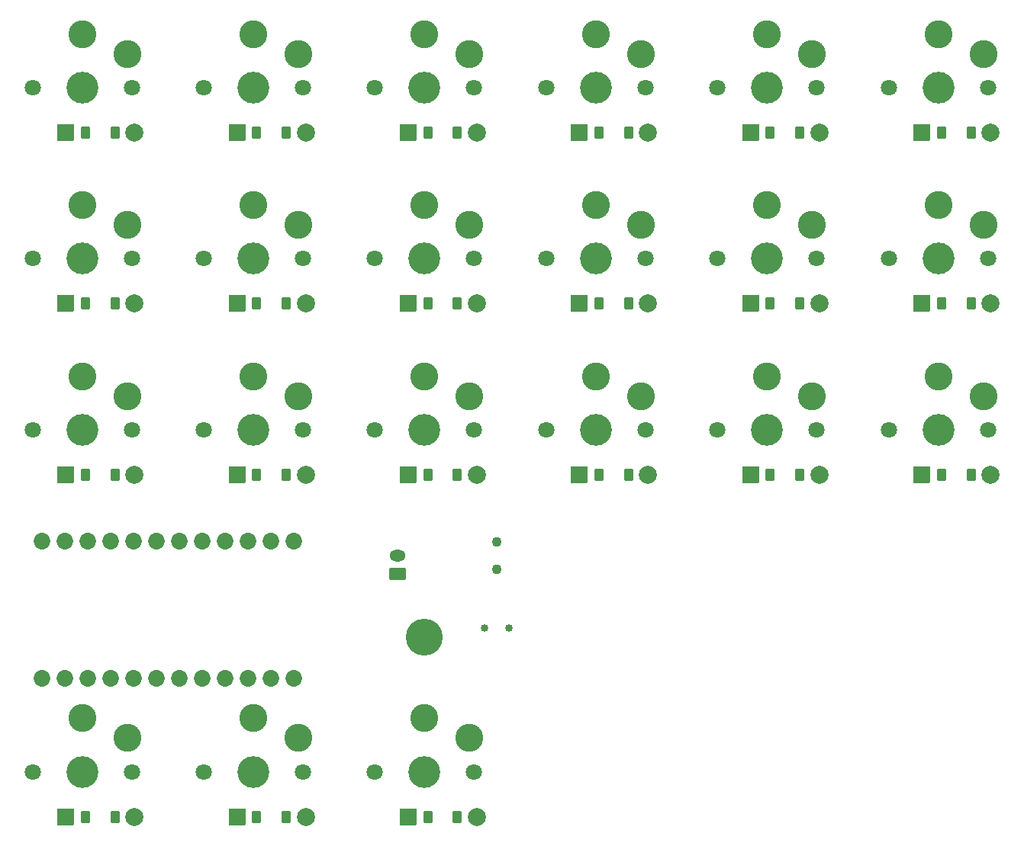
<source format=gbr>
%TF.GenerationSoftware,KiCad,Pcbnew,9.0.4*%
%TF.CreationDate,2025-09-30T09:08:11+02:00*%
%TF.ProjectId,right,72696768-742e-46b6-9963-61645f706362,v1.0.0*%
%TF.SameCoordinates,Original*%
%TF.FileFunction,Soldermask,Top*%
%TF.FilePolarity,Negative*%
%FSLAX46Y46*%
G04 Gerber Fmt 4.6, Leading zero omitted, Abs format (unit mm)*
G04 Created by KiCad (PCBNEW 9.0.4) date 2025-09-30 09:08:11*
%MOMM*%
%LPD*%
G01*
G04 APERTURE LIST*
G04 Aperture macros list*
%AMRoundRect*
0 Rectangle with rounded corners*
0 $1 Rounding radius*
0 $2 $3 $4 $5 $6 $7 $8 $9 X,Y pos of 4 corners*
0 Add a 4 corners polygon primitive as box body*
4,1,4,$2,$3,$4,$5,$6,$7,$8,$9,$2,$3,0*
0 Add four circle primitives for the rounded corners*
1,1,$1+$1,$2,$3*
1,1,$1+$1,$4,$5*
1,1,$1+$1,$6,$7*
1,1,$1+$1,$8,$9*
0 Add four rect primitives between the rounded corners*
20,1,$1+$1,$2,$3,$4,$5,0*
20,1,$1+$1,$4,$5,$6,$7,0*
20,1,$1+$1,$6,$7,$8,$9,0*
20,1,$1+$1,$8,$9,$2,$3,0*%
G04 Aperture macros list end*
%ADD10C,3.529000*%
%ADD11C,1.801800*%
%ADD12C,3.100000*%
%ADD13RoundRect,0.050000X-0.450000X-0.600000X0.450000X-0.600000X0.450000X0.600000X-0.450000X0.600000X0*%
%ADD14RoundRect,0.050000X-0.889000X-0.889000X0.889000X-0.889000X0.889000X0.889000X-0.889000X0.889000X0*%
%ADD15C,2.005000*%
%ADD16C,1.852600*%
%ADD17RoundRect,0.050000X0.850000X-0.600000X0.850000X0.600000X-0.850000X0.600000X-0.850000X-0.600000X0*%
%ADD18O,1.800000X1.300000*%
%ADD19C,0.850000*%
%ADD20C,1.100000*%
%ADD21C,4.100000*%
G04 APERTURE END LIST*
D10*
%TO.C,S1*%
X100000000Y-150000000D03*
D11*
X105500000Y-150000000D03*
X94500000Y-150000000D03*
D12*
X105000000Y-146250000D03*
X100000000Y-144050000D03*
%TD*%
D10*
%TO.C,S2*%
X100000000Y-112000000D03*
D11*
X105500000Y-112000000D03*
X94500000Y-112000000D03*
D12*
X105000000Y-108250000D03*
X100000000Y-106050000D03*
%TD*%
D10*
%TO.C,S3*%
X100000000Y-93000000D03*
D11*
X105500000Y-93000000D03*
X94500000Y-93000000D03*
D12*
X105000000Y-89250000D03*
X100000000Y-87050000D03*
%TD*%
D10*
%TO.C,S4*%
X100000000Y-74000000D03*
D11*
X105500000Y-74000000D03*
X94500000Y-74000000D03*
D12*
X105000000Y-70250000D03*
X100000000Y-68050000D03*
%TD*%
D10*
%TO.C,S5*%
X119000000Y-150000000D03*
D11*
X124500000Y-150000000D03*
X113500000Y-150000000D03*
D12*
X124000000Y-146250000D03*
X119000000Y-144050000D03*
%TD*%
D10*
%TO.C,S6*%
X119000000Y-112000000D03*
D11*
X124500000Y-112000000D03*
X113500000Y-112000000D03*
D12*
X124000000Y-108250000D03*
X119000000Y-106050000D03*
%TD*%
D10*
%TO.C,S7*%
X119000000Y-93000000D03*
D11*
X124500000Y-93000000D03*
X113500000Y-93000000D03*
D12*
X124000000Y-89250000D03*
X119000000Y-87050000D03*
%TD*%
D10*
%TO.C,S8*%
X119000000Y-74000000D03*
D11*
X124500000Y-74000000D03*
X113500000Y-74000000D03*
D12*
X124000000Y-70250000D03*
X119000000Y-68050000D03*
%TD*%
D10*
%TO.C,S9*%
X138000000Y-150000000D03*
D11*
X143500000Y-150000000D03*
X132500000Y-150000000D03*
D12*
X143000000Y-146250000D03*
X138000000Y-144050000D03*
%TD*%
D10*
%TO.C,S10*%
X138000000Y-112000000D03*
D11*
X143500000Y-112000000D03*
X132500000Y-112000000D03*
D12*
X143000000Y-108250000D03*
X138000000Y-106050000D03*
%TD*%
D10*
%TO.C,S11*%
X138000000Y-93000000D03*
D11*
X143500000Y-93000000D03*
X132500000Y-93000000D03*
D12*
X143000000Y-89250000D03*
X138000000Y-87050000D03*
%TD*%
D10*
%TO.C,S12*%
X138000000Y-74000000D03*
D11*
X143500000Y-74000000D03*
X132500000Y-74000000D03*
D12*
X143000000Y-70250000D03*
X138000000Y-68050000D03*
%TD*%
D10*
%TO.C,S13*%
X157000000Y-112000000D03*
D11*
X162500000Y-112000000D03*
X151500000Y-112000000D03*
D12*
X162000000Y-108250000D03*
X157000000Y-106050000D03*
%TD*%
D10*
%TO.C,S14*%
X157000000Y-93000000D03*
D11*
X162500000Y-93000000D03*
X151500000Y-93000000D03*
D12*
X162000000Y-89250000D03*
X157000000Y-87050000D03*
%TD*%
D10*
%TO.C,S15*%
X157000000Y-74000000D03*
D11*
X162500000Y-74000000D03*
X151500000Y-74000000D03*
D12*
X162000000Y-70250000D03*
X157000000Y-68050000D03*
%TD*%
D10*
%TO.C,S16*%
X176000000Y-112000000D03*
D11*
X181500000Y-112000000D03*
X170500000Y-112000000D03*
D12*
X181000000Y-108250000D03*
X176000000Y-106050000D03*
%TD*%
D10*
%TO.C,S17*%
X176000000Y-93000000D03*
D11*
X181500000Y-93000000D03*
X170500000Y-93000000D03*
D12*
X181000000Y-89250000D03*
X176000000Y-87050000D03*
%TD*%
D10*
%TO.C,S18*%
X176000000Y-74000000D03*
D11*
X181500000Y-74000000D03*
X170500000Y-74000000D03*
D12*
X181000000Y-70250000D03*
X176000000Y-68050000D03*
%TD*%
D10*
%TO.C,S19*%
X195000000Y-112000000D03*
D11*
X200500000Y-112000000D03*
X189500000Y-112000000D03*
D12*
X200000000Y-108250000D03*
X195000000Y-106050000D03*
%TD*%
D10*
%TO.C,S20*%
X195000000Y-93000000D03*
D11*
X200500000Y-93000000D03*
X189500000Y-93000000D03*
D12*
X200000000Y-89250000D03*
X195000000Y-87050000D03*
%TD*%
D10*
%TO.C,S21*%
X195000000Y-74000000D03*
D11*
X200500000Y-74000000D03*
X189500000Y-74000000D03*
D12*
X200000000Y-70250000D03*
X195000000Y-68050000D03*
%TD*%
D13*
%TO.C,D1*%
X100350000Y-155000000D03*
X103650000Y-155000000D03*
D14*
X98190000Y-155000000D03*
D15*
X105810000Y-155000000D03*
%TD*%
D13*
%TO.C,D2*%
X100350000Y-117000000D03*
X103650000Y-117000000D03*
D14*
X98190000Y-117000000D03*
D15*
X105810000Y-117000000D03*
%TD*%
D13*
%TO.C,D3*%
X100350000Y-98000000D03*
X103650000Y-98000000D03*
D14*
X98190000Y-98000000D03*
D15*
X105810000Y-98000000D03*
%TD*%
D13*
%TO.C,D4*%
X100350000Y-79000000D03*
X103650000Y-79000000D03*
D14*
X98190000Y-79000000D03*
D15*
X105810000Y-79000000D03*
%TD*%
D13*
%TO.C,D5*%
X119350000Y-155000000D03*
X122650000Y-155000000D03*
D14*
X117190000Y-155000000D03*
D15*
X124810000Y-155000000D03*
%TD*%
D13*
%TO.C,D6*%
X119350000Y-117000000D03*
X122650000Y-117000000D03*
D14*
X117190000Y-117000000D03*
D15*
X124810000Y-117000000D03*
%TD*%
D13*
%TO.C,D7*%
X119350000Y-98000000D03*
X122650000Y-98000000D03*
D14*
X117190000Y-98000000D03*
D15*
X124810000Y-98000000D03*
%TD*%
D13*
%TO.C,D8*%
X119350000Y-79000000D03*
X122650000Y-79000000D03*
D14*
X117190000Y-79000000D03*
D15*
X124810000Y-79000000D03*
%TD*%
D13*
%TO.C,D9*%
X138350000Y-155000000D03*
X141650000Y-155000000D03*
D14*
X136190000Y-155000000D03*
D15*
X143810000Y-155000000D03*
%TD*%
D13*
%TO.C,D10*%
X138350000Y-117000000D03*
X141650000Y-117000000D03*
D14*
X136190000Y-117000000D03*
D15*
X143810000Y-117000000D03*
%TD*%
D13*
%TO.C,D11*%
X138350000Y-98000000D03*
X141650000Y-98000000D03*
D14*
X136190000Y-98000000D03*
D15*
X143810000Y-98000000D03*
%TD*%
D13*
%TO.C,D12*%
X138350000Y-79000000D03*
X141650000Y-79000000D03*
D14*
X136190000Y-79000000D03*
D15*
X143810000Y-79000000D03*
%TD*%
D13*
%TO.C,D13*%
X157350000Y-117000000D03*
X160650000Y-117000000D03*
D14*
X155190000Y-117000000D03*
D15*
X162810000Y-117000000D03*
%TD*%
D13*
%TO.C,D14*%
X157350000Y-98000000D03*
X160650000Y-98000000D03*
D14*
X155190000Y-98000000D03*
D15*
X162810000Y-98000000D03*
%TD*%
D13*
%TO.C,D15*%
X157350000Y-79000000D03*
X160650000Y-79000000D03*
D14*
X155190000Y-79000000D03*
D15*
X162810000Y-79000000D03*
%TD*%
D13*
%TO.C,D16*%
X176350000Y-117000000D03*
X179650000Y-117000000D03*
D14*
X174190000Y-117000000D03*
D15*
X181810000Y-117000000D03*
%TD*%
D13*
%TO.C,D17*%
X176350000Y-98000000D03*
X179650000Y-98000000D03*
D14*
X174190000Y-98000000D03*
D15*
X181810000Y-98000000D03*
%TD*%
D13*
%TO.C,D18*%
X176350000Y-79000000D03*
X179650000Y-79000000D03*
D14*
X174190000Y-79000000D03*
D15*
X181810000Y-79000000D03*
%TD*%
D13*
%TO.C,D19*%
X195350000Y-117000000D03*
X198650000Y-117000000D03*
D14*
X193190000Y-117000000D03*
D15*
X200810000Y-117000000D03*
%TD*%
D13*
%TO.C,D20*%
X195350000Y-98000000D03*
X198650000Y-98000000D03*
D14*
X193190000Y-98000000D03*
D15*
X200810000Y-98000000D03*
%TD*%
D13*
%TO.C,D21*%
X195350000Y-79000000D03*
X198650000Y-79000000D03*
D14*
X193190000Y-79000000D03*
D15*
X200810000Y-79000000D03*
%TD*%
D16*
%TO.C,MCU1*%
X95530000Y-139620000D03*
X98070000Y-139620000D03*
X100610000Y-139620000D03*
X103150000Y-139620000D03*
X105690000Y-139620000D03*
X108230000Y-139620000D03*
X110770000Y-139620000D03*
X113310000Y-139620000D03*
X115850000Y-139620000D03*
X118390000Y-139620000D03*
X120930000Y-139620000D03*
X123470000Y-139620000D03*
X123470000Y-124380000D03*
X120930000Y-124380000D03*
X118390000Y-124380000D03*
X115850000Y-124380000D03*
X113310000Y-124380000D03*
X110770000Y-124380000D03*
X108230000Y-124380000D03*
X105690000Y-124380000D03*
X103150000Y-124380000D03*
X100610000Y-124380000D03*
X98070000Y-124380000D03*
X95530000Y-124380000D03*
%TD*%
D17*
%TO.C,JST1*%
X135000000Y-128000000D03*
D18*
X135000000Y-126000000D03*
%TD*%
D19*
%TO.C,B1*%
X147375000Y-134000000D03*
X144625000Y-134000000D03*
%TD*%
D20*
%TO.C,T1*%
X146000000Y-127500000D03*
X146000000Y-124500000D03*
%TD*%
D21*
%TO.C,*%
X138000000Y-135000000D03*
%TD*%
M02*

</source>
